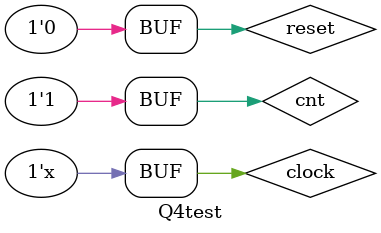
<source format=v>
`timescale 1ns / 1ps


module Q4test;

	// Inputs
	reg cnt;
	reg reset;
	reg clock;

	// Outputs
	wire [3:0] Q;

	// Instantiate the Unit Under Test (UUT)
	Q4 uut (
		.cnt(cnt), 
		.reset(reset), 
		.clock(clock), 
		.Q(Q)
	);

	initial begin
		// Initialize Inputs
		cnt = 0;
		reset = 0;
		clock = 0;

		// Wait 100 ns for global reset to finish
		#100;
		cnt = 1;
		
		#125 reset = 1;
		#75 reset = 0;
		// Add stimulus here

	end
      
      always #50 clock = ~clock;
endmodule


</source>
